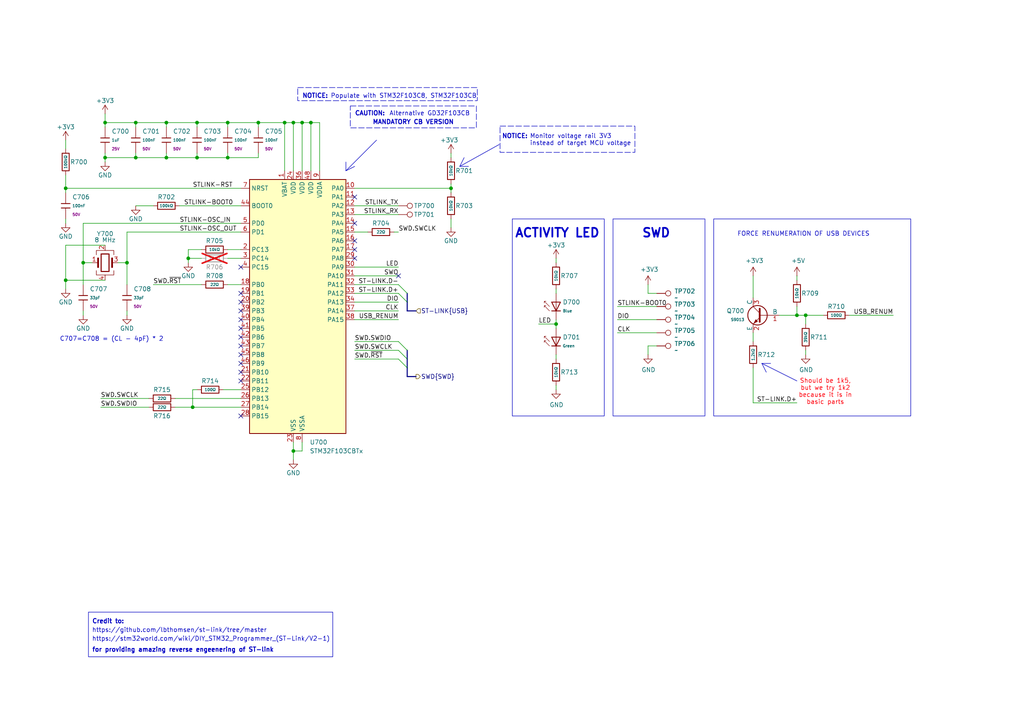
<source format=kicad_sch>
(kicad_sch (version 20231120) (generator "eeschema") (generator_version "8.0")
  (paper "A4")
  (title_block (title "ModuCard base module") (date "2024-12-23") (rev "1.0.0") (company "KoNaR") (comment 1 "Base project authors: Dominik Pluta, Artem Horiunov") (comment 2 "Project author: <author>"))
  (junction (at 54.61 74.93))
  (junction (at 30.48 35.56))
  (junction (at 57.15 45.72))
  (junction (at 19.05 54.61))
  (junction (at 74.93 35.56))
  (junction (at 82.55 35.56))
  (junction (at 30.48 45.72))
  (junction (at 90.17 35.56))
  (junction (at 57.15 35.56))
  (junction (at 66.04 35.56))
  (junction (at 19.05 81.28))
  (junction (at 233.68 91.44))
  (junction (at 39.37 35.56))
  (junction (at 24.13 76.2))
  (junction (at 161.29 93.98))
  (junction (at 87.63 35.56))
  (junction (at 48.26 35.56))
  (junction (at 55.88 118.11))
  (junction (at 85.09 130.81))
  (junction (at 48.26 45.72))
  (junction (at 231.14 91.44))
  (junction (at 39.37 45.72))
  (junction (at 85.09 35.56))
  (junction (at 36.83 76.2))
  (junction (at 66.04 45.72))
  (junction (at 130.81 54.61))
  (no_connect (at 102.87 64.77))
  (no_connect (at 69.85 87.63))
  (no_connect (at 69.85 95.25))
  (no_connect (at 69.85 77.47))
  (no_connect (at 69.85 110.49))
  (no_connect (at 69.85 100.33))
  (no_connect (at 102.87 74.93))
  (no_connect (at 69.85 102.87))
  (no_connect (at 69.85 120.65))
  (no_connect (at 102.87 57.15))
  (no_connect (at 69.85 85.09))
  (no_connect (at 102.87 72.39))
  (no_connect (at 115.57 80.01))
  (no_connect (at 69.85 90.17))
  (no_connect (at 102.87 69.85))
  (no_connect (at 69.85 107.95))
  (no_connect (at 69.85 105.41))
  (no_connect (at 69.85 92.71))
  (no_connect (at 69.85 97.79))
  (bus_entry (at 115.57 101.6) (size 2.54 2.54))
  (bus_entry (at 115.57 85.09) (size 2.54 2.54))
  (bus_entry (at 115.57 82.55) (size 2.54 2.54))
  (bus_entry (at 115.57 104.14) (size 2.54 2.54))
  (bus_entry (at 115.57 99.06) (size 2.54 2.54))
  (wire (pts (xy 187.96 100.33) (xy 187.96 102.87)))
  (polyline (pts (xy 231.14 110.49) (xy 220.98 105.41)))
  (wire (pts (xy 19.05 54.61) (xy 69.85 54.61)))
  (wire (pts (xy 102.87 62.23) (xy 115.57 62.23)))
  (wire (pts (xy 233.68 101.6) (xy 233.68 102.87)))
  (wire (pts (xy 218.44 116.84) (xy 231.14 116.84)))
  (wire (pts (xy 231.14 91.44) (xy 233.68 91.44)))
  (wire (pts (xy 29.21 118.11) (xy 43.18 118.11)))
  (wire (pts (xy 90.17 35.56) (xy 90.17 49.53)))
  (wire (pts (xy 29.21 115.57) (xy 43.18 115.57)))
  (wire (pts (xy 92.71 49.53) (xy 92.71 35.56)))
  (wire (pts (xy 66.04 45.72) (xy 74.93 45.72)))
  (wire (pts (xy 30.48 33.02) (xy 30.48 35.56)))
  (wire (pts (xy 39.37 35.56) (xy 48.26 35.56)))
  (wire (pts (xy 24.13 64.77) (xy 24.13 76.2)))
  (polyline (pts (xy 100.33 46.99) (xy 100.33 49.53)))
  (wire (pts (xy 102.87 82.55) (xy 115.57 82.55)))
  (wire (pts (xy 57.15 44.45) (xy 57.15 45.72)))
  (wire (pts (xy 102.87 67.31) (xy 106.68 67.31)))
  (wire (pts (xy 30.48 81.28) (xy 19.05 81.28)))
  (wire (pts (xy 102.87 80.01) (xy 115.57 80.01)))
  (wire (pts (xy 179.07 88.9) (xy 190.5 88.9)))
  (wire (pts (xy 55.88 113.03) (xy 55.88 118.11)))
  (wire (pts (xy 85.09 130.81) (xy 85.09 133.35)))
  (wire (pts (xy 115.57 92.71) (xy 102.87 92.71)))
  (wire (pts (xy 130.81 54.61) (xy 130.81 55.88)))
  (bus (pts (xy 118.11 109.22) (xy 120.65 109.22)))
  (wire (pts (xy 102.87 99.06) (xy 115.57 99.06)))
  (wire (pts (xy 231.14 91.44) (xy 226.06 91.44)))
  (wire (pts (xy 92.71 35.56) (xy 90.17 35.56)))
  (wire (pts (xy 87.63 128.27) (xy 87.63 130.81)))
  (polyline (pts (xy 220.98 105.41) (xy 222.25 107.95)))
  (wire (pts (xy 24.13 64.77) (xy 69.85 64.77)))
  (wire (pts (xy 54.61 72.39) (xy 54.61 74.93)))
  (wire (pts (xy 19.05 54.61) (xy 19.05 55.88)))
  (wire (pts (xy 233.68 93.98) (xy 233.68 91.44)))
  (wire (pts (xy 55.88 113.03) (xy 57.15 113.03)))
  (wire (pts (xy 19.05 81.28) (xy 19.05 83.82)))
  (wire (pts (xy 161.29 113.03) (xy 161.29 111.76)))
  (wire (pts (xy 66.04 72.39) (xy 69.85 72.39)))
  (wire (pts (xy 66.04 35.56) (xy 74.93 35.56)))
  (wire (pts (xy 48.26 35.56) (xy 48.26 36.83)))
  (wire (pts (xy 90.17 35.56) (xy 87.63 35.56)))
  (wire (pts (xy 44.45 82.55) (xy 58.42 82.55)))
  (wire (pts (xy 259.08 91.44) (xy 246.38 91.44)))
  (wire (pts (xy 187.96 82.55) (xy 187.96 85.09)))
  (wire (pts (xy 218.44 96.52) (xy 218.44 99.06)))
  (wire (pts (xy 179.07 96.52) (xy 190.5 96.52)))
  (wire (pts (xy 48.26 35.56) (xy 57.15 35.56)))
  (wire (pts (xy 115.57 77.47) (xy 102.87 77.47)))
  (bus (pts (xy 118.11 104.14) (xy 118.11 101.6)))
  (bus (pts (xy 118.11 87.63) (xy 118.11 90.17)))
  (wire (pts (xy 24.13 76.2) (xy 24.13 82.55)))
  (wire (pts (xy 57.15 35.56) (xy 66.04 35.56)))
  (wire (pts (xy 39.37 35.56) (xy 39.37 36.83)))
  (wire (pts (xy 85.09 130.81) (xy 87.63 130.81)))
  (wire (pts (xy 102.87 85.09) (xy 115.57 85.09)))
  (polyline (pts (xy 220.98 105.41) (xy 223.52 105.41)))
  (wire (pts (xy 50.8 115.57) (xy 69.85 115.57)))
  (wire (pts (xy 231.14 88.9) (xy 231.14 91.44)))
  (bus (pts (xy 118.11 106.68) (xy 118.11 109.22)))
  (wire (pts (xy 130.81 53.34) (xy 130.81 54.61)))
  (wire (pts (xy 30.48 45.72) (xy 39.37 45.72)))
  (wire (pts (xy 115.57 90.17) (xy 102.87 90.17)))
  (polyline (pts (xy 100.33 49.53) (xy 102.87 48.26)))
  (wire (pts (xy 87.63 35.56) (xy 87.63 49.53)))
  (wire (pts (xy 102.87 101.6) (xy 115.57 101.6)))
  (wire (pts (xy 52.07 59.69) (xy 69.85 59.69)))
  (wire (pts (xy 74.93 44.45) (xy 74.93 45.72)))
  (wire (pts (xy 19.05 63.5) (xy 19.05 64.77)))
  (wire (pts (xy 218.44 106.68) (xy 218.44 116.84)))
  (wire (pts (xy 161.29 76.2) (xy 161.29 74.93)))
  (wire (pts (xy 36.83 76.2) (xy 36.83 82.55)))
  (wire (pts (xy 82.55 35.56) (xy 85.09 35.56)))
  (wire (pts (xy 30.48 35.56) (xy 39.37 35.56)))
  (bus (pts (xy 118.11 90.17) (xy 120.65 90.17)))
  (wire (pts (xy 69.85 74.93) (xy 66.04 74.93)))
  (wire (pts (xy 34.29 76.2) (xy 36.83 76.2)))
  (wire (pts (xy 66.04 44.45) (xy 66.04 45.72)))
  (wire (pts (xy 30.48 44.45) (xy 30.48 45.72)))
  (wire (pts (xy 130.81 44.45) (xy 130.81 45.72)))
  (wire (pts (xy 39.37 59.69) (xy 44.45 59.69)))
  (wire (pts (xy 64.77 113.03) (xy 69.85 113.03)))
  (wire (pts (xy 74.93 35.56) (xy 82.55 35.56)))
  (wire (pts (xy 102.87 59.69) (xy 115.57 59.69)))
  (wire (pts (xy 19.05 40.64) (xy 19.05 43.18)))
  (wire (pts (xy 55.88 118.11) (xy 69.85 118.11)))
  (wire (pts (xy 130.81 63.5) (xy 130.81 66.04)))
  (wire (pts (xy 39.37 44.45) (xy 39.37 45.72)))
  (wire (pts (xy 54.61 72.39) (xy 58.42 72.39)))
  (wire (pts (xy 19.05 71.12) (xy 30.48 71.12)))
  (wire (pts (xy 66.04 35.56) (xy 66.04 36.83)))
  (wire (pts (xy 102.87 54.61) (xy 130.81 54.61)))
  (bus (pts (xy 118.11 104.14) (xy 118.11 106.68)))
  (bus (pts (xy 118.11 85.09) (xy 118.11 87.63)))
  (wire (pts (xy 36.83 67.31) (xy 69.85 67.31)))
  (wire (pts (xy 48.26 44.45) (xy 48.26 45.72)))
  (wire (pts (xy 161.29 102.87) (xy 161.29 104.14)))
  (wire (pts (xy 19.05 50.8) (xy 19.05 54.61)))
  (wire (pts (xy 231.14 80.01) (xy 231.14 81.28)))
  (wire (pts (xy 218.44 80.01) (xy 218.44 86.36)))
  (polyline (pts (xy 144.78 41.91) (xy 133.35 48.26)))
  (wire (pts (xy 54.61 74.93) (xy 54.61 76.2)))
  (wire (pts (xy 57.15 45.72) (xy 66.04 45.72)))
  (wire (pts (xy 36.83 67.31) (xy 36.83 76.2)))
  (wire (pts (xy 66.04 82.55) (xy 69.85 82.55)))
  (wire (pts (xy 238.76 91.44) (xy 233.68 91.44)))
  (polyline (pts (xy 133.35 48.26) (xy 135.89 48.26)))
  (wire (pts (xy 30.48 35.56) (xy 30.48 36.83)))
  (wire (pts (xy 30.48 45.72) (xy 30.48 46.99)))
  (wire (pts (xy 24.13 76.2) (xy 26.67 76.2)))
  (wire (pts (xy 102.87 87.63) (xy 115.57 87.63)))
  (wire (pts (xy 179.07 92.71) (xy 190.5 92.71)))
  (wire (pts (xy 39.37 45.72) (xy 48.26 45.72)))
  (wire (pts (xy 82.55 35.56) (xy 82.55 49.53)))
  (wire (pts (xy 187.96 85.09) (xy 190.5 85.09)))
  (wire (pts (xy 85.09 35.56) (xy 85.09 49.53)))
  (wire (pts (xy 102.87 104.14) (xy 115.57 104.14)))
  (wire (pts (xy 36.83 90.17) (xy 36.83 91.44)))
  (wire (pts (xy 161.29 85.09) (xy 161.29 83.82)))
  (wire (pts (xy 50.8 118.11) (xy 55.88 118.11)))
  (wire (pts (xy 57.15 35.56) (xy 57.15 36.83)))
  (polyline (pts (xy 133.35 48.26) (xy 134.62 45.72)))
  (wire (pts (xy 190.5 100.33) (xy 187.96 100.33)))
  (wire (pts (xy 161.29 93.98) (xy 156.21 93.98)))
  (wire (pts (xy 54.61 74.93) (xy 58.42 74.93)))
  (wire (pts (xy 114.3 67.31) (xy 115.57 67.31)))
  (wire (pts (xy 24.13 90.17) (xy 24.13 91.44)))
  (wire (pts (xy 48.26 45.72) (xy 57.15 45.72)))
  (wire (pts (xy 161.29 92.71) (xy 161.29 93.98)))
  (wire (pts (xy 85.09 128.27) (xy 85.09 130.81)))
  (wire (pts (xy 74.93 36.83) (xy 74.93 35.56)))
  (wire (pts (xy 87.63 35.56) (xy 85.09 35.56)))
  (wire (pts (xy 161.29 95.25) (xy 161.29 93.98)))
  (wire (pts (xy 19.05 81.28) (xy 19.05 71.12)))
  (polyline (pts (xy 109.22 40.64) (xy 100.33 49.53)))
  (rectangle (start 207.01 63.5) (end 264.16 120.65))
  (rectangle (start 177.8 63.5) (end 204.47 120.65))
  (rectangle (start 101.6 30.734) (end 138.176 37.084) (stroke (width 0) (type dash)))
  (rectangle (start 148.59 63.5) (end 175.26 120.65))
  (rectangle (start 25.654 177.546) (end 96.52 190.5))
  (rectangle (start 145.034 36.576) (end 184.15 44.196) (stroke (width 0) (type dash)))
  (rectangle (start 86.36 25.4) (end 138.43 29.21) (stroke (width 0) (type dash)))
  (text "Alternative GD32F103CB " (at 125.095 33.02 0) (effects (font (size 1.27 1.27))))
  (text "SWD\n" (at 186.055 69.215 0) (effects (font (size 2.54 2.54) (thickness 0.508) (bold yes)) (justify left bottom)))
  (text "NOTICE:" (at 87.63 27.94 0) (effects (font (size 1.27 1.27) (bold yes)) (justify left)))
  (text "C707=C708 = (CL - 4pF) * 2\n" (at 32.385 98.425 0) (effects (font (size 1.27 1.27))))
  (text "Monitor voltage rail 3V3 \ninstead of target MCU voltage" (at 153.67 40.64 0) (effects (font (size 1.27 1.27)) (justify left)))
  (text "https://stm32world.com/wiki/DIY_STM32_Programmer_(ST-Link/V2-1)" (at 26.67 185.42 0) (effects (font (size 1.27 1.27)) (justify left)))
  (text "CAUTION:" (at 107.315 33.02 0) (effects (font (size 1.27 1.27) (bold yes))))
  (text "Populate with STM32F103C8, STM32F103CB\n" (at 95.885 27.94 0) (effects (font (size 1.27 1.27)) (justify left)))
  (text "Should be 1k5,\nbut we try 1k2\nbecause it is in\nbasic parts" (at 239.395 113.665 0) (effects (font (size 1.27 1.27))))
  (text "ACTIVITY LED\n" (at 149.225 69.215 0) (effects (font (size 2.54 2.54) (thickness 0.508) (bold yes)) (justify left bottom)))
  (text "for providing amazing reverse engeenering of ST-link\n" (at 26.67 188.595 0) (effects (font (size 1.27 1.27) (bold yes)) (justify left)))
  (text " MANDATORY CB VERSION" (at 119.38 35.56 0) (effects (font (size 1.27 1.27) (bold yes))))
  (text "FORCE RENUMERATION OF USB DEVICES" (at 233.045 67.945 0) (effects (font (size 1.27 1.27))))
  (text "https://github.com/lbthomsen/st-link/tree/master" (at 26.67 182.88 0) (effects (font (size 1.27 1.27)) (justify left)))
  (text "NOTICE:" (at 149.352 39.624 0) (effects (font (size 1.27 1.27) (bold yes))))
  (text "Credit to:" (at 26.67 180.34 0) (effects (font (size 1.27 1.27) (bold yes)) (justify left)))
  (label "STLINK_RX" (at 115.57 62.23 180))
  (label "STLINK-BOOT0" (at 179.07 88.9 0))
  (label "SWO" (at 115.57 80.01 180))
  (label "ST-LINK.D-" (at 115.57 82.55 180))
  (label "USB_RENUM" (at 115.57 92.71 180))
  (label "SWD.SWDIO" (at 102.87 99.06 0))
  (label "STLINK_TX" (at 115.57 59.69 180))
  (label "STLINK-BOOT0" (at 53.34 59.69 0))
  (label "SWD.SWCLK" (at 102.87 101.6 0))
  (label "SWD.SWDIO" (at 29.21 118.11 0))
  (label "CLK" (at 179.07 96.52 0))
  (label "LED" (at 115.57 77.47 180))
  (label "LED" (at 156.21 93.98 0))
  (label "STLINK-RST" (at 55.88 54.61 0))
  (label "STLINK-OSC_OUT" (at 52.07 67.31 0))
  (label "ST-LINK.D+" (at 115.57 85.09 180))
  (label "USB_RENUM" (at 259.08 91.44 180))
  (label "SWD.~{RST}" (at 102.87 104.14 0))
  (label "SWD.SWCLK" (at 115.57 67.31 0))
  (label "STLINK-OSC_IN" (at 52.07 64.77 0))
  (label "ST-LINK.D+" (at 231.14 116.84 180))
  (label "SWD.~{RST}" (at 44.45 82.55 0))
  (label "SWD.SWCLK" (at 29.21 115.57 0))
  (label "DIO" (at 179.07 92.71 0))
  (label "CLK" (at 115.57 90.17 180))
  (label "DIO" (at 115.57 87.63 180))
  (hierarchical_label "SWD{SWD}" (shape output) (at 120.65 109.22 0))
  (hierarchical_label "ST-LINK{USB}" (shape input) (at 120.65 90.17 0))
  (symbol (lib_id "PCM_JLCPCB-Capacitors:0402,33pF") (at 24.13 86.36 0) (unit 1)
    (property "Reference" "C707" (at 26.035 83.8199 0) (effects (justify left)))
    (property "Value" "33pF" (at 26.035 86.36 0) (effects (font (size 0.8 0.8)) (justify left)))
    (property "Footprint" "PCM_JLCPCB:C_0402" (effects (hide yes)))
    (property "Datasheet" "https://www.lcsc.com/datasheet/lcsc_datasheet_2304140030_FH--Guangdong-Fenghua-Advanced-Tech-0402CG330J500NT_C1562.pdf" (effects (hide yes)))
    (property "Description" "50V 33pF C0G ±5% 0402 Multilayer Ceramic Capacitors MLCC - SMD/SMT ROHS" (effects (hide yes)))
    (property "LCSC" "C1562" (effects (hide yes)))
    (property "Stock" "1088254" (effects (hide yes)))
    (property "Price" "0.004USD" (effects (hide yes)))
    (property "Process" "SMT" (effects (hide yes)))
    (property "Minimum Qty" "20" (effects (hide yes)))
    (property "Attrition Qty" "10" (effects (hide yes)))
    (property "Class" "Basic Component" (effects (hide yes)))
    (property "Category" "Capacitors,Multilayer Ceramic Capacitors MLCC - SMD/SMT" (effects (hide yes)))
    (property "Manufacturer" "FH(Guangdong Fenghua Advanced Tech)" (effects (hide yes)))
    (property "Part" "0402CG330J500NT" (effects (hide yes)))
    (property "Voltage Rated" "50V" (at 26.035 88.9 0) (effects (font (size 0.8 0.8)) (justify left)))
    (property "Tolerance" "±5%" (effects (hide yes)))
    (property "Capacitance" "33pF" (effects (hide yes)))
    (property "Temperature Coefficient" "C0G" (effects (hide yes)))
  )
  (symbol (lib_id "PCM_JLCPCB-Resistors:0402,1.2kΩ") (at 218.44 102.87 0) (unit 1)
    (property "Reference" "R712" (at 219.71 102.87 0) (effects (justify left)))
    (property "Value" "1.2kΩ" (at 218.44 102.87 90) (effects (font (size 0.8 0.8))))
    (property "Footprint" "PCM_JLCPCB:R_0402" (effects (hide yes)))
    (property "Datasheet" "https://www.lcsc.com/datasheet/lcsc_datasheet_2206010045_UNI-ROYAL-Uniroyal-Elec-0402WGF1201TCE_C25862.pdf" (effects (hide yes)))
    (property "Description" "62.5mW Thick Film Resistors 50V ±100ppm/°C ±1% 1.2kΩ 0402 Chip Resistor - Surface Mount ROHS" (effects (hide yes)))
    (property "LCSC" "C25862" (effects (hide yes)))
    (property "Stock" "236021" (effects (hide yes)))
    (property "Price" "0.004USD" (effects (hide yes)))
    (property "Process" "SMT" (effects (hide yes)))
    (property "Minimum Qty" "20" (effects (hide yes)))
    (property "Attrition Qty" "10" (effects (hide yes)))
    (property "Class" "Preferred Component" (effects (hide yes)))
    (property "Category" "Resistors,Chip Resistor - Surface Mount" (effects (hide yes)))
    (property "Manufacturer" "UNI-ROYAL(Uniroyal Elec)" (effects (hide yes)))
    (property "Part" "0402WGF1201TCE" (effects (hide yes)))
    (property "Resistance" "1.2kΩ" (effects (hide yes)))
    (property "Power(Watts)" "62.5mW" (effects (hide yes)))
    (property "Type" "Thick Film Resistors" (effects (hide yes)))
    (property "Overload Voltage (Max)" "50V" (effects (hide yes)))
    (property "Operating Temperature Range" "-55°C~+155°C" (effects (hide yes)))
    (property "Tolerance" "±1%" (effects (hide yes)))
    (property "Temperature Coefficient" "±100ppm/°C" (effects (hide yes)))
  )
  (symbol (lib_id "power:GND") (at 19.05 64.77 0) (unit 1)
    (property "Reference" "#PWR0705" (effects (hide yes)))
    (property "Value" "GND" (at 19.05 68.58 0))
  )
  (symbol (lib_id "PCM_JLCPCB-Capacitors:0402,100nF,(2)") (at 19.05 59.69 0) (unit 1)
    (property "Reference" "C706" (at 20.955 57.1499 0) (effects (justify left)))
    (property "Value" "100nF" (at 20.955 59.69 0) (effects (font (size 0.8 0.8)) (justify left)))
    (property "Footprint" "PCM_JLCPCB:C_0402" (effects (hide yes)))
    (property "Datasheet" "https://www.lcsc.com/datasheet/lcsc_datasheet_2304140030_Samsung-Electro-Mechanics-CL05B104KB54PNC_C307331.pdf" (effects (hide yes)))
    (property "Description" "50V 100nF X7R ±10% 0402 Multilayer Ceramic Capacitors MLCC - SMD/SMT ROHS" (effects (hide yes)))
    (property "LCSC" "C307331" (effects (hide yes)))
    (property "Stock" "5427590" (effects (hide yes)))
    (property "Price" "0.008USD" (effects (hide yes)))
    (property "Process" "SMT" (effects (hide yes)))
    (property "Minimum Qty" "20" (effects (hide yes)))
    (property "Attrition Qty" "10" (effects (hide yes)))
    (property "Class" "Basic Component" (effects (hide yes)))
    (property "Category" "Capacitors,Multilayer Ceramic Capacitors MLCC - SMD/SMT" (effects (hide yes)))
    (property "Manufacturer" "Samsung Electro-Mechanics" (effects (hide yes)))
    (property "Part" "CL05B104KB54PNC" (effects (hide yes)))
    (property "Voltage Rated" "50V" (at 20.955 62.23 0) (effects (font (size 0.8 0.8)) (justify left)))
    (property "Tolerance" "±10%" (effects (hide yes)))
    (property "Capacitance" "100nF" (effects (hide yes)))
    (property "Temperature Coefficient" "X7R" (effects (hide yes)))
  )
  (symbol (lib_id "power:GND") (at 30.48 46.99 0) (unit 1)
    (property "Reference" "#PWR0703" (effects (hide yes)))
    (property "Value" "GND" (at 30.48 50.8 0))
  )
  (symbol (lib_id "power:GND") (at 19.05 83.82 0) (unit 1)
    (property "Reference" "#PWR0331" (effects (hide yes)))
    (property "Value" "GND" (at 19.05 87.63 0))
  )
  (symbol (lib_id "PCM_JLCPCB-Resistors:0402,10kΩ") (at 62.23 74.93 90) (unit 1) (in_bom no) (dnp yes)
    (property "Reference" "R706" (at 62.23 77.47 90))
    (property "Value" "10kΩ" (at 62.23 74.93 90) (effects (font (size 0.8 0.8))))
    (property "Footprint" "PCM_JLCPCB:R_0402" (effects (hide yes)))
    (property "Datasheet" "https://www.lcsc.com/datasheet/lcsc_datasheet_2411221126_UNI-ROYAL-Uniroyal-Elec-0402WGF1002TCE_C25744.pdf" (effects (hide yes)))
    (property "Description" "62.5mW Thick Film Resistors 50V ±100ppm/°C ±1% 10kΩ 0402 Chip Resistor - Surface Mount ROHS" (effects (hide yes)))
    (property "LCSC" "C25744" (effects (hide yes)))
    (property "Stock" "7034931" (effects (hide yes)))
    (property "Price" "0.004USD" (effects (hide yes)))
    (property "Process" "SMT" (effects (hide yes)))
    (property "Minimum Qty" "5" (effects (hide yes)))
    (property "Attrition Qty" "0" (effects (hide yes)))
    (property "Class" "Basic Component" (effects (hide yes)))
    (property "Category" "Resistors,Chip Resistor - Surface Mount" (effects (hide yes)))
    (property "Manufacturer" "UNI-ROYAL(Uniroyal Elec)" (effects (hide yes)))
    (property "Part" "0402WGF1002TCE" (effects (hide yes)))
    (property "Resistance" "10kΩ" (effects (hide yes)))
    (property "Power(Watts)" "62.5mW" (effects (hide yes)))
    (property "Type" "Thick Film Resistors" (effects (hide yes)))
    (property "Overload Voltage (Max)" "50V" (effects (hide yes)))
    (property "Operating Temperature Range" "-55°C~+155°C" (effects (hide yes)))
    (property "Tolerance" "±1%" (effects (hide yes)))
    (property "Temperature Coefficient" "±100ppm/°C" (effects (hide yes)))
  )
  (symbol (lib_id "power:GND") (at 130.81 66.04 0) (unit 1)
    (property "Reference" "#PWR0706" (effects (hide yes)))
    (property "Value" "GND" (at 130.81 69.85 0))
  )
  (symbol (lib_id "PCM_JLCPCB-Capacitors:0402,100nF,(2)") (at 74.93 40.64 0) (unit 1)
    (property "Reference" "C705" (at 76.835 38.0999 0) (effects (justify left)))
    (property "Value" "100nF" (at 76.835 40.64 0) (effects (font (size 0.8 0.8)) (justify left)))
    (property "Footprint" "PCM_JLCPCB:C_0402" (effects (hide yes)))
    (property "Datasheet" "https://www.lcsc.com/datasheet/lcsc_datasheet_2304140030_Samsung-Electro-Mechanics-CL05B104KB54PNC_C307331.pdf" (effects (hide yes)))
    (property "Description" "50V 100nF X7R ±10% 0402 Multilayer Ceramic Capacitors MLCC - SMD/SMT ROHS" (effects (hide yes)))
    (property "LCSC" "C307331" (effects (hide yes)))
    (property "Stock" "5427590" (effects (hide yes)))
    (property "Price" "0.008USD" (effects (hide yes)))
    (property "Process" "SMT" (effects (hide yes)))
    (property "Minimum Qty" "20" (effects (hide yes)))
    (property "Attrition Qty" "10" (effects (hide yes)))
    (property "Class" "Basic Component" (effects (hide yes)))
    (property "Category" "Capacitors,Multilayer Ceramic Capacitors MLCC - SMD/SMT" (effects (hide yes)))
    (property "Manufacturer" "Samsung Electro-Mechanics" (effects (hide yes)))
    (property "Part" "CL05B104KB54PNC" (effects (hide yes)))
    (property "Voltage Rated" "50V" (at 76.835 43.18 0) (effects (font (size 0.8 0.8)) (justify left)))
    (property "Tolerance" "±10%" (effects (hide yes)))
    (property "Capacitance" "100nF" (effects (hide yes)))
    (property "Temperature Coefficient" "X7R" (effects (hide yes)))
  )
  (symbol (lib_id "power:GND") (at 36.83 91.44 0) (unit 1)
    (property "Reference" "#PWR0713" (effects (hide yes)))
    (property "Value" "GND" (at 36.83 95.25 0))
  )
  (symbol (lib_id "Connector:TestPoint") (at 190.5 92.71 270) (unit 1)
    (property "Reference" "TP704" (at 195.58 92.0749 90) (effects (justify left)))
    (property "Value" "~" (at 195.58 93.98 90) (effects (justify left)))
    (property "Footprint" "TestPoint:TestPoint_Pad_D1.0mm" (effects (hide yes)))
  )
  (symbol (lib_id "PCM_JLCPCB-Resistors:0402,22Ω") (at 62.23 82.55 90) (unit 1)
    (property "Reference" "R708" (at 62.23 80.01 90))
    (property "Value" "22Ω" (at 62.23 82.55 90) (effects (font (size 0.8 0.8))))
    (property "Footprint" "PCM_JLCPCB:R_0402" (effects (hide yes)))
    (property "Datasheet" "https://www.lcsc.com/datasheet/lcsc_datasheet_2205311900_UNI-ROYAL-Uniroyal-Elec-0402WGF220JTCE_C25092.pdf" (effects (hide yes)))
    (property "Description" "62.5mW Thick Film Resistors 50V ±1% ±100ppm/°C 22Ω 0402 Chip Resistor - Surface Mount ROHS" (effects (hide yes)))
    (property "LCSC" "C25092" (effects (hide yes)))
    (property "Stock" "2545567" (effects (hide yes)))
    (property "Price" "0.004USD" (effects (hide yes)))
    (property "Process" "SMT" (effects (hide yes)))
    (property "Minimum Qty" "20" (effects (hide yes)))
    (property "Attrition Qty" "10" (effects (hide yes)))
    (property "Class" "Basic Component" (effects (hide yes)))
    (property "Category" "Resistors,Chip Resistor - Surface Mount" (effects (hide yes)))
    (property "Manufacturer" "UNI-ROYAL(Uniroyal Elec)" (effects (hide yes)))
    (property "Part" "0402WGF220JTCE" (effects (hide yes)))
    (property "Resistance" "22Ω" (effects (hide yes)))
    (property "Power(Watts)" "62.5mW" (effects (hide yes)))
    (property "Type" "Thick Film Resistors" (effects (hide yes)))
    (property "Overload Voltage (Max)" "50V" (effects (hide yes)))
    (property "Operating Temperature Range" "-55°C~+155°C" (effects (hide yes)))
    (property "Tolerance" "±1%" (effects (hide yes)))
    (property "Temperature Coefficient" "±100ppm/°C" (effects (hide yes)))
  )
  (symbol (lib_id "power:GND") (at 39.37 59.69 0) (unit 1)
    (property "Reference" "#PWR0704" (effects (hide yes)))
    (property "Value" "GND" (at 39.37 63.5 0))
  )
  (symbol (lib_id "PCM_JLCPCB-Transistors:NPN,S9013") (at 220.98 91.44 0) (mirror y) (unit 1)
    (property "Reference" "Q700" (at 215.9 90.1699 0) (effects (justify left)))
    (property "Value" "S9013" (at 215.9 92.71 0) (effects (font (size 0.8 0.8)) (justify left)))
    (property "Footprint" "PCM_JLCPCB:Q_SOT-23" (effects (hide yes)))
    (property "Datasheet" "https://wmsc.lcsc.com/wmsc/upload/file/pdf/v2/lcsc/2312291746_hongjiacheng-S9013_C20069127.pdf" (effects (hide yes)))
    (property "Description" "25V 300mW 120@50mA,1.0V 500mA NPN SOT-23 Bipolar (BJT) ROHS" (effects (hide yes)))
    (property "LCSC" "C20069127" (effects (hide yes)))
    (property "Stock" "221513" (effects (hide yes)))
    (property "Price" "0.016USD" (effects (hide yes)))
    (property "Process" "SMT" (effects (hide yes)))
    (property "Minimum Qty" "10" (effects (hide yes)))
    (property "Attrition Qty" "4" (effects (hide yes)))
    (property "Class" "Preferred Component" (effects (hide yes)))
    (property "Category" "Triode/MOS Tube/Transistor,Bipolar Transistors - BJT" (effects (hide yes)))
    (property "Manufacturer" "hongjiacheng" (effects (hide yes)))
    (property "Part" "S9013" (effects (hide yes)))
  )
  (symbol (lib_id "PCM_JLCPCB-Capacitors:0402,100nF,(2)") (at 66.04 40.64 0) (unit 1)
    (property "Reference" "C704" (at 67.945 38.0999 0) (effects (justify left)))
    (property "Value" "100nF" (at 67.945 40.64 0) (effects (font (size 0.8 0.8)) (justify left)))
    (property "Footprint" "PCM_JLCPCB:C_0402" (effects (hide yes)))
    (property "Datasheet" "https://www.lcsc.com/datasheet/lcsc_datasheet_2304140030_Samsung-Electro-Mechanics-CL05B104KB54PNC_C307331.pdf" (effects (hide yes)))
    (property "Description" "50V 100nF X7R ±10% 0402 Multilayer Ceramic Capacitors MLCC - SMD/SMT ROHS" (effects (hide yes)))
    (property "LCSC" "C307331" (effects (hide yes)))
    (property "Stock" "5427590" (effects (hide yes)))
    (property "Price" "0.008USD" (effects (hide yes)))
    (property "Process" "SMT" (effects (hide yes)))
    (property "Minimum Qty" "20" (effects (hide yes)))
    (property "Attrition Qty" "10" (effects (hide yes)))
    (property "Class" "Basic Component" (effects (hide yes)))
    (property "Category" "Capacitors,Multilayer Ceramic Capacitors MLCC - SMD/SMT" (effects (hide yes)))
    (property "Manufacturer" "Samsung Electro-Mechanics" (effects (hide yes)))
    (property "Part" "CL05B104KB54PNC" (effects (hide yes)))
    (property "Voltage Rated" "50V" (at 67.945 43.18 0) (effects (font (size 0.8 0.8)) (justify left)))
    (property "Tolerance" "±10%" (effects (hide yes)))
    (property "Capacitance" "100nF" (effects (hide yes)))
    (property "Temperature Coefficient" "X7R" (effects (hide yes)))
  )
  (symbol (lib_id "power:+3V3") (at 187.96 82.55 0) (unit 1)
    (property "Reference" "#PWR0711" (effects (hide yes)))
    (property "Value" "+3V3" (at 188.341 78.1558 0))
  )
  (symbol (lib_id "power:GND") (at 233.68 102.87 0) (unit 1)
    (property "Reference" "#PWR0715" (effects (hide yes)))
    (property "Value" "GND" (at 233.807 107.2642 0))
  )
  (symbol (lib_id "PCM_JLCPCB-Resistors:0402,10kΩ") (at 161.29 107.95 0) (unit 1)
    (property "Reference" "R713" (at 162.56 107.95 0) (effects (justify left)))
    (property "Value" "10kΩ" (at 161.29 107.95 90) (effects (font (size 0.8 0.8))))
    (property "Footprint" "PCM_JLCPCB:R_0402" (effects (hide yes)))
    (property "Datasheet" "https://www.lcsc.com/datasheet/lcsc_datasheet_2411221126_UNI-ROYAL-Uniroyal-Elec-0402WGF1002TCE_C25744.pdf" (effects (hide yes)))
    (property "Description" "62.5mW Thick Film Resistors 50V ±100ppm/°C ±1% 10kΩ 0402 Chip Resistor - Surface Mount ROHS" (effects (hide yes)))
    (property "LCSC" "C25744" (effects (hide yes)))
    (property "Stock" "7034931" (effects (hide yes)))
    (property "Price" "0.004USD" (effects (hide yes)))
    (property "Process" "SMT" (effects (hide yes)))
    (property "Minimum Qty" "5" (effects (hide yes)))
    (property "Attrition Qty" "0" (effects (hide yes)))
    (property "Class" "Basic Component" (effects (hide yes)))
    (property "Category" "Resistors,Chip Resistor - Surface Mount" (effects (hide yes)))
    (property "Manufacturer" "UNI-ROYAL(Uniroyal Elec)" (effects (hide yes)))
    (property "Part" "0402WGF1002TCE" (effects (hide yes)))
    (property "Resistance" "10kΩ" (effects (hide yes)))
    (property "Power(Watts)" "62.5mW" (effects (hide yes)))
    (property "Type" "Thick Film Resistors" (effects (hide yes)))
    (property "Overload Voltage (Max)" "50V" (effects (hide yes)))
    (property "Operating Temperature Range" "-55°C~+155°C" (effects (hide yes)))
    (property "Tolerance" "±1%" (effects (hide yes)))
    (property "Temperature Coefficient" "±100ppm/°C" (effects (hide yes)))
  )
  (symbol (lib_id "PCM_JLCPCB-Resistors:0402,22Ω") (at 110.49 67.31 90) (unit 1)
    (property "Reference" "R704" (at 110.49 64.77 90))
    (property "Value" "22Ω" (at 110.49 67.31 90) (effects (font (size 0.8 0.8))))
    (property "Footprint" "PCM_JLCPCB:R_0402" (effects (hide yes)))
    (property "Datasheet" "https://www.lcsc.com/datasheet/lcsc_datasheet_2205311900_UNI-ROYAL-Uniroyal-Elec-0402WGF220JTCE_C25092.pdf" (effects (hide yes)))
    (property "Description" "62.5mW Thick Film Resistors 50V ±1% ±100ppm/°C 22Ω 0402 Chip Resistor - Surface Mount ROHS" (effects (hide yes)))
    (property "LCSC" "C25092" (effects (hide yes)))
    (property "Stock" "2545567" (effects (hide yes)))
    (property "Price" "0.004USD" (effects (hide yes)))
    (property "Process" "SMT" (effects (hide yes)))
    (property "Minimum Qty" "20" (effects (hide yes)))
    (property "Attrition Qty" "10" (effects (hide yes)))
    (property "Class" "Basic Component" (effects (hide yes)))
    (property "Category" "Resistors,Chip Resistor - Surface Mount" (effects (hide yes)))
    (property "Manufacturer" "UNI-ROYAL(Uniroyal Elec)" (effects (hide yes)))
    (property "Part" "0402WGF220JTCE" (effects (hide yes)))
    (property "Resistance" "22Ω" (effects (hide yes)))
    (property "Power(Watts)" "62.5mW" (effects (hide yes)))
    (property "Type" "Thick Film Resistors" (effects (hide yes)))
    (property "Overload Voltage (Max)" "50V" (effects (hide yes)))
    (property "Operating Temperature Range" "-55°C~+155°C" (effects (hide yes)))
    (property "Tolerance" "±1%" (effects (hide yes)))
    (property "Temperature Coefficient" "±100ppm/°C" (effects (hide yes)))
  )
  (symbol (lib_id "PCM_JLCPCB-Capacitors:0402,100nF,(2)") (at 39.37 40.64 0) (unit 1)
    (property "Reference" "C701" (at 41.275 38.0999 0) (effects (justify left)))
    (property "Value" "100nF" (at 41.275 40.64 0) (effects (font (size 0.8 0.8)) (justify left)))
    (property "Footprint" "PCM_JLCPCB:C_0402" (effects (hide yes)))
    (property "Datasheet" "https://www.lcsc.com/datasheet/lcsc_datasheet_2304140030_Samsung-Electro-Mechanics-CL05B104KB54PNC_C307331.pdf" (effects (hide yes)))
    (property "Description" "50V 100nF X7R ±10% 0402 Multilayer Ceramic Capacitors MLCC - SMD/SMT ROHS" (effects (hide yes)))
    (property "LCSC" "C307331" (effects (hide yes)))
    (property "Stock" "5427590" (effects (hide yes)))
    (property "Price" "0.008USD" (effects (hide yes)))
    (property "Process" "SMT" (effects (hide yes)))
    (property "Minimum Qty" "20" (effects (hide yes)))
    (property "Attrition Qty" "10" (effects (hide yes)))
    (property "Class" "Basic Component" (effects (hide yes)))
    (property "Category" "Capacitors,Multilayer Ceramic Capacitors MLCC - SMD/SMT" (effects (hide yes)))
    (property "Manufacturer" "Samsung Electro-Mechanics" (effects (hide yes)))
    (property "Part" "CL05B104KB54PNC" (effects (hide yes)))
    (property "Voltage Rated" "50V" (at 41.275 43.18 0) (effects (font (size 0.8 0.8)) (justify left)))
    (property "Tolerance" "±10%" (effects (hide yes)))
    (property "Capacitance" "100nF" (effects (hide yes)))
    (property "Temperature Coefficient" "X7R" (effects (hide yes)))
  )
  (symbol (lib_id "PCM_JLCPCB-Capacitors:0402,100nF,(2)") (at 48.26 40.64 0) (unit 1)
    (property "Reference" "C702" (at 50.165 38.0999 0) (effects (justify left)))
    (property "Value" "100nF" (at 50.165 40.64 0) (effects (font (size 0.8 0.8)) (justify left)))
    (property "Footprint" "PCM_JLCPCB:C_0402" (effects (hide yes)))
    (property "Datasheet" "https://www.lcsc.com/datasheet/lcsc_datasheet_2304140030_Samsung-Electro-Mechanics-CL05B104KB54PNC_C307331.pdf" (effects (hide yes)))
    (property "Description" "50V 100nF X7R ±10% 0402 Multilayer Ceramic Capacitors MLCC - SMD/SMT ROHS" (effects (hide yes)))
    (property "LCSC" "C307331" (effects (hide yes)))
    (property "Stock" "5427590" (effects (hide yes)))
    (property "Price" "0.008USD" (effects (hide yes)))
    (property "Process" "SMT" (effects (hide yes)))
    (property "Minimum Qty" "20" (effects (hide yes)))
    (property "Attrition Qty" "10" (effects (hide yes)))
    (property "Class" "Basic Component" (effects (hide yes)))
    (property "Category" "Capacitors,Multilayer Ceramic Capacitors MLCC - SMD/SMT" (effects (hide yes)))
    (property "Manufacturer" "Samsung Electro-Mechanics" (effects (hide yes)))
    (property "Part" "CL05B104KB54PNC" (effects (hide yes)))
    (property "Voltage Rated" "50V" (at 50.165 43.18 0) (effects (font (size 0.8 0.8)) (justify left)))
    (property "Tolerance" "±10%" (effects (hide yes)))
    (property "Capacitance" "100nF" (effects (hide yes)))
    (property "Temperature Coefficient" "X7R" (effects (hide yes)))
  )
  (symbol (lib_id "Connector:TestPoint") (at 190.5 96.52 270) (unit 1)
    (property "Reference" "TP705" (at 195.58 95.8849 90) (effects (justify left)))
    (property "Value" "~" (at 195.58 97.79 90) (effects (justify left)))
    (property "Footprint" "TestPoint:TestPoint_Pad_D1.0mm" (effects (hide yes)))
  )
  (symbol (lib_id "PCM_JLCPCB-Resistors:0402,100kΩ") (at 48.26 59.69 90) (unit 1)
    (property "Reference" "R702" (at 48.26 57.15 90))
    (property "Value" "100kΩ" (at 48.26 59.69 90) (effects (font (size 0.8 0.8))))
    (property "Footprint" "PCM_JLCPCB:R_0402" (effects (hide yes)))
    (property "Datasheet" "https://www.lcsc.com/datasheet/lcsc_datasheet_2206010100_UNI-ROYAL-Uniroyal-Elec-0402WGF1003TCE_C25741.pdf" (effects (hide yes)))
    (property "Description" "62.5mW Thick Film Resistors 50V ±100ppm/°C ±1% 100kΩ 0402 Chip Resistor - Surface Mount ROHS" (effects (hide yes)))
    (property "LCSC" "C25741" (effects (hide yes)))
    (property "Stock" "5666023" (effects (hide yes)))
    (property "Price" "0.004USD" (effects (hide yes)))
    (property "Process" "SMT" (effects (hide yes)))
    (property "Minimum Qty" "20" (effects (hide yes)))
    (property "Attrition Qty" "10" (effects (hide yes)))
    (property "Class" "Basic Component" (effects (hide yes)))
    (property "Category" "Resistors,Chip Resistor - Surface Mount" (effects (hide yes)))
    (property "Manufacturer" "UNI-ROYAL(Uniroyal Elec)" (effects (hide yes)))
    (property "Part" "0402WGF1003TCE" (effects (hide yes)))
    (property "Resistance" "100kΩ" (effects (hide yes)))
    (property "Power(Watts)" "62.5mW" (effects (hide yes)))
    (property "Type" "Thick Film Resistors" (effects (hide yes)))
    (property "Overload Voltage (Max)" "50V" (effects (hide yes)))
    (property "Operating Temperature Range" "-55°C~+155°C" (effects (hide yes)))
    (property "Tolerance" "±1%" (effects (hide yes)))
    (property "Temperature Coefficient" "±100ppm/°C" (effects (hide yes)))
  )
  (symbol (lib_id "MCU_ST_STM32F1:STM32F103CBTx") (at 85.09 90.17 0) (unit 1)
    (property "Reference" "U700" (at 89.8241 128.27 0) (effects (justify left)))
    (property "Value" "STM32F103CBTx" (at 89.8241 130.81 0) (effects (justify left)))
    (property "Footprint" "Package_QFP:LQFP-48_7x7mm_P0.5mm" (effects (hide yes)))
    (property "Datasheet" "https://www.st.com/resource/en/datasheet/stm32f103cb.pdf" (effects (hide yes)))
    (property "Description" "STMicroelectronics Arm Cortex-M3 MCU, 128KB flash, 20KB RAM, 72 MHz, 2.0-3.6V, 37 GPIO, LQFP48" (effects (hide yes)))
  )
  (symbol (lib_id "power:+3V3") (at 161.29 74.93 0) (unit 1)
    (property "Reference" "#PWR0707" (effects (hide yes)))
    (property "Value" "+3V3" (at 161.29 71.12 0))
  )
  (symbol (lib_id "PCM_JLCPCB-Resistors:0402,39kΩ") (at 233.68 97.79 0) (unit 1)
    (property "Reference" "R711" (at 234.95 97.79 0) (effects (justify left)))
    (property "Value" "39kΩ" (at 233.68 97.79 90) (effects (font (size 0.8 0.8))))
    (property "Footprint" "PCM_JLCPCB:R_0402" (effects (hide yes)))
    (property "Datasheet" "https://www.lcsc.com/datasheet/lcsc_datasheet_2206010100_UNI-ROYAL-Uniroyal-Elec-0402WGF3902TCE_C25783.pdf" (effects (hide yes)))
    (property "Description" "62.5mW Thick Film Resistors 50V ±100ppm/°C ±1% 39kΩ 0402 Chip Resistor - Surface Mount ROHS" (effects (hide yes)))
    (property "LCSC" "C25783" (effects (hide yes)))
    (property "Stock" "415990" (effects (hide yes)))
    (property "Price" "0.004USD" (effects (hide yes)))
    (property "Process" "SMT" (effects (hide yes)))
    (property "Minimum Qty" "20" (effects (hide yes)))
    (property "Attrition Qty" "10" (effects (hide yes)))
    (property "Class" "Preferred Component" (effects (hide yes)))
    (property "Category" "Resistors,Chip Resistor - Surface Mount" (effects (hide yes)))
    (property "Manufacturer" "UNI-ROYAL(Uniroyal Elec)" (effects (hide yes)))
    (property "Part" "0402WGF3902TCE" (effects (hide yes)))
    (property "Resistance" "39kΩ" (effects (hide yes)))
    (property "Power(Watts)" "62.5mW" (effects (hide yes)))
    (property "Type" "Thick Film Resistors" (effects (hide yes)))
    (property "Overload Voltage (Max)" "50V" (effects (hide yes)))
    (property "Operating Temperature Range" "-55°C~+155°C" (effects (hide yes)))
    (property "Tolerance" "±1%" (effects (hide yes)))
    (property "Temperature Coefficient" "±100ppm/°C" (effects (hide yes)))
  )
  (symbol (lib_id "PCM_JLCPCB-Resistors:0402,10kΩ") (at 161.29 80.01 0) (unit 1)
    (property "Reference" "R707" (at 162.56 80.01 0) (effects (justify left)))
    (property "Value" "10kΩ" (at 161.29 80.01 90) (effects (font (size 0.8 0.8))))
    (property "Footprint" "PCM_JLCPCB:R_0402" (effects (hide yes)))
    (property "Datasheet" "https://www.lcsc.com/datasheet/lcsc_datasheet_2411221126_UNI-ROYAL-Uniroyal-Elec-0402WGF1002TCE_C25744.pdf" (effects (hide yes)))
    (property "Description" "62.5mW Thick Film Resistors 50V ±100ppm/°C ±1% 10kΩ 0402 Chip Resistor - Surface Mount ROHS" (effects (hide yes)))
    (property "LCSC" "C25744" (effects (hide yes)))
    (property "Stock" "7034931" (effects (hide yes)))
    (property "Price" "0.004USD" (effects (hide yes)))
    (property "Process" "SMT" (effects (hide yes)))
    (property "Minimum Qty" "5" (effects (hide yes)))
    (property "Attrition Qty" "0" (effects (hide yes)))
    (property "Class" "Basic Component" (effects (hide yes)))
    (property "Category" "Resistors,Chip Resistor - Surface Mount" (effects (hide yes)))
    (property "Manufacturer" "UNI-ROYAL(Uniroyal Elec)" (effects (hide yes)))
    (property "Part" "0402WGF1002TCE" (effects (hide yes)))
    (property "Resistance" "10kΩ" (effects (hide yes)))
    (property "Power(Watts)" "62.5mW" (effects (hide yes)))
    (property "Type" "Thick Film Resistors" (effects (hide yes)))
    (property "Overload Voltage (Max)" "50V" (effects (hide yes)))
    (property "Operating Temperature Range" "-55°C~+155°C" (effects (hide yes)))
    (property "Tolerance" "±1%" (effects (hide yes)))
    (property "Temperature Coefficient" "±100ppm/°C" (effects (hide yes)))
  )
  (symbol (lib_id "PCM_JLCPCB-Resistors:0402,100Ω") (at 60.96 113.03 90) (unit 1)
    (property "Reference" "R714" (at 60.96 110.49 90))
    (property "Value" "100Ω" (at 60.96 113.03 90) (effects (font (size 0.8 0.8))))
    (property "Footprint" "PCM_JLCPCB:R_0402" (effects (hide yes)))
    (property "Datasheet" "https://www.lcsc.com/datasheet/lcsc_datasheet_2205311900_UNI-ROYAL-Uniroyal-Elec-0402WGF1000TCE_C25076.pdf" (effects (hide yes)))
    (property "Description" "62.5mW Thick Film Resistors 50V ±1% ±200ppm/°C 100Ω 0402 Chip Resistor - Surface Mount ROHS" (effects (hide yes)))
    (property "LCSC" "C25076" (effects (hide yes)))
    (property "Stock" "2831654" (effects (hide yes)))
    (property "Price" "0.004USD" (effects (hide yes)))
    (property "Process" "SMT" (effects (hide yes)))
    (property "Minimum Qty" "20" (effects (hide yes)))
    (property "Attrition Qty" "10" (effects (hide yes)))
    (property "Class" "Basic Component" (effects (hide yes)))
    (property "Category" "Resistors,Chip Resistor - Surface Mount" (effects (hide yes)))
    (property "Manufacturer" "UNI-ROYAL(Uniroyal Elec)" (effects (hide yes)))
    (property "Part" "0402WGF1000TCE" (effects (hide yes)))
    (property "Resistance" "100Ω" (effects (hide yes)))
    (property "Power(Watts)" "62.5mW" (effects (hide yes)))
    (property "Type" "Thick Film Resistors" (effects (hide yes)))
    (property "Overload Voltage (Max)" "50V" (effects (hide yes)))
    (property "Operating Temperature Range" "-55°C~+155°C" (effects (hide yes)))
    (property "Tolerance" "±1%" (effects (hide yes)))
    (property "Temperature Coefficient" "±200ppm/°C" (effects (hide yes)))
  )
  (symbol (lib_id "power:GND") (at 161.29 113.03 0) (unit 1)
    (property "Reference" "#PWR0716" (effects (hide yes)))
    (property "Value" "GND" (at 161.417 117.4242 0))
  )
  (symbol (lib_id "PCM_JLCPCB-Resistors:0402,22Ω") (at 46.99 118.11 90) (unit 1)
    (property "Reference" "R716" (at 46.99 120.65 90))
    (property "Value" "22Ω" (at 46.99 118.11 90) (effects (font (size 0.8 0.8))))
    (property "Footprint" "PCM_JLCPCB:R_0402" (effects (hide yes)))
    (property "Datasheet" "https://www.lcsc.com/datasheet/lcsc_datasheet_2205311900_UNI-ROYAL-Uniroyal-Elec-0402WGF220JTCE_C25092.pdf" (effects (hide yes)))
    (property "Description" "62.5mW Thick Film Resistors 50V ±1% ±100ppm/°C 22Ω 0402 Chip Resistor - Surface Mount ROHS" (effects (hide yes)))
    (property "LCSC" "C25092" (effects (hide yes)))
    (property "Stock" "2545567" (effects (hide yes)))
    (property "Price" "0.004USD" (effects (hide yes)))
    (property "Process" "SMT" (effects (hide yes)))
    (property "Minimum Qty" "20" (effects (hide yes)))
    (property "Attrition Qty" "10" (effects (hide yes)))
    (property "Class" "Basic Component" (effects (hide yes)))
    (property "Category" "Resistors,Chip Resistor - Surface Mount" (effects (hide yes)))
    (property "Manufacturer" "UNI-ROYAL(Uniroyal Elec)" (effects (hide yes)))
    (property "Part" "0402WGF220JTCE" (effects (hide yes)))
    (property "Resistance" "22Ω" (effects (hide yes)))
    (property "Power(Watts)" "62.5mW" (effects (hide yes)))
    (property "Type" "Thick Film Resistors" (effects (hide yes)))
    (property "Overload Voltage (Max)" "50V" (effects (hide yes)))
    (property "Operating Temperature Range" "-55°C~+155°C" (effects (hide yes)))
    (property "Tolerance" "±1%" (effects (hide yes)))
    (property "Temperature Coefficient" "±100ppm/°C" (effects (hide yes)))
  )
  (symbol (lib_id "power:+3V3") (at 218.44 80.01 0) (unit 1)
    (property "Reference" "#PWR0709" (effects (hide yes)))
    (property "Value" "+3V3" (at 218.821 75.6158 0))
  )
  (symbol (lib_id "PCM_JLCPCB-Resistors:0402,22Ω") (at 46.99 115.57 90) (unit 1)
    (property "Reference" "R715" (at 46.99 113.03 90))
    (property "Value" "22Ω" (at 46.99 115.57 90) (effects (font (size 0.8 0.8))))
    (property "Footprint" "PCM_JLCPCB:R_0402" (effects (hide yes)))
    (property "Datasheet" "https://www.lcsc.com/datasheet/lcsc_datasheet_2205311900_UNI-ROYAL-Uniroyal-Elec-0402WGF220JTCE_C25092.pdf" (effects (hide yes)))
    (property "Description" "62.5mW Thick Film Resistors 50V ±1% ±100ppm/°C 22Ω 0402 Chip Resistor - Surface Mount ROHS" (effects (hide yes)))
    (property "LCSC" "C25092" (effects (hide yes)))
    (property "Stock" "2545567" (effects (hide yes)))
    (property "Price" "0.004USD" (effects (hide yes)))
    (property "Process" "SMT" (effects (hide yes)))
    (property "Minimum Qty" "20" (effects (hide yes)))
    (property "Attrition Qty" "10" (effects (hide yes)))
    (property "Class" "Basic Component" (effects (hide yes)))
    (property "Category" "Resistors,Chip Resistor - Surface Mount" (effects (hide yes)))
    (property "Manufacturer" "UNI-ROYAL(Uniroyal Elec)" (effects (hide yes)))
    (property "Part" "0402WGF220JTCE" (effects (hide yes)))
    (property "Resistance" "22Ω" (effects (hide yes)))
    (property "Power(Watts)" "62.5mW" (effects (hide yes)))
    (property "Type" "Thick Film Resistors" (effects (hide yes)))
    (property "Overload Voltage (Max)" "50V" (effects (hide yes)))
    (property "Operating Temperature Range" "-55°C~+155°C" (effects (hide yes)))
    (property "Tolerance" "±1%" (effects (hide yes)))
    (property "Temperature Coefficient" "±100ppm/°C" (effects (hide yes)))
  )
  (symbol (lib_id "Connector:TestPoint") (at 115.57 62.23 270) (unit 1)
    (property "Reference" "TP701" (at 120.015 62.23 90) (effects (justify left)))
    (property "Value" "TestPoint" (effects (hide yes)))
    (property "Footprint" "TestPoint:TestPoint_Pad_D1.0mm" (effects (hide yes)))
    (property "Description" "test point" (effects (hide yes)))
  )
  (symbol (lib_id "PCM_JLCPCB-Resistors:0402,100Ω") (at 242.57 91.44 90) (unit 1)
    (property "Reference" "R710" (at 242.57 88.9 90))
    (property "Value" "100Ω" (at 242.57 91.44 90) (effects (font (size 0.8 0.8))))
    (property "Footprint" "PCM_JLCPCB:R_0402" (effects (hide yes)))
    (property "Datasheet" "https://www.lcsc.com/datasheet/lcsc_datasheet_2205311900_UNI-ROYAL-Uniroyal-Elec-0402WGF1000TCE_C25076.pdf" (effects (hide yes)))
    (property "Description" "62.5mW Thick Film Resistors 50V ±1% ±200ppm/°C 100Ω 0402 Chip Resistor - Surface Mount ROHS" (effects (hide yes)))
    (property "LCSC" "C25076" (effects (hide yes)))
    (property "Stock" "2831654" (effects (hide yes)))
    (property "Price" "0.004USD" (effects (hide yes)))
    (property "Process" "SMT" (effects (hide yes)))
    (property "Minimum Qty" "20" (effects (hide yes)))
    (property "Attrition Qty" "10" (effects (hide yes)))
    (property "Class" "Basic Component" (effects (hide yes)))
    (property "Category" "Resistors,Chip Resistor - Surface Mount" (effects (hide yes)))
    (property "Manufacturer" "UNI-ROYAL(Uniroyal Elec)" (effects (hide yes)))
    (property "Part" "0402WGF1000TCE" (effects (hide yes)))
    (property "Resistance" "100Ω" (effects (hide yes)))
    (property "Power(Watts)" "62.5mW" (effects (hide yes)))
    (property "Type" "Thick Film Resistors" (effects (hide yes)))
    (property "Overload Voltage (Max)" "50V" (effects (hide yes)))
    (property "Operating Temperature Range" "-55°C~+155°C" (effects (hide yes)))
    (property "Tolerance" "±1%" (effects (hide yes)))
    (property "Temperature Coefficient" "±200ppm/°C" (effects (hide yes)))
  )
  (symbol (lib_id "PCM_JLCPCB-Resistors:0402,10kΩ") (at 231.14 85.09 0) (unit 1)
    (property "Reference" "R709" (at 232.41 85.09 0) (effects (justify left)))
    (property "Value" "10kΩ" (at 231.14 85.09 90) (effects (font (size 0.8 0.8))))
    (property "Footprint" "PCM_JLCPCB:R_0402" (effects (hide yes)))
    (property "Datasheet" "https://www.lcsc.com/datasheet/lcsc_datasheet_2411221126_UNI-ROYAL-Uniroyal-Elec-0402WGF1002TCE_C25744.pdf" (effects (hide yes)))
    (property "Description" "62.5mW Thick Film Resistors 50V ±100ppm/°C ±1% 10kΩ 0402 Chip Resistor - Surface Mount ROHS" (effects (hide yes)))
    (property "LCSC" "C25744" (effects (hide yes)))
    (property "Stock" "7034931" (effects (hide yes)))
    (property "Price" "0.004USD" (effects (hide yes)))
    (property "Process" "SMT" (effects (hide yes)))
    (property "Minimum Qty" "5" (effects (hide yes)))
    (property "Attrition Qty" "0" (effects (hide yes)))
    (property "Class" "Basic Component" (effects (hide yes)))
    (property "Category" "Resistors,Chip Resistor - Surface Mount" (effects (hide yes)))
    (property "Manufacturer" "UNI-ROYAL(Uniroyal Elec)" (effects (hide yes)))
    (property "Part" "0402WGF1002TCE" (effects (hide yes)))
    (property "Resistance" "10kΩ" (effects (hide yes)))
    (property "Power(Watts)" "62.5mW" (effects (hide yes)))
    (property "Type" "Thick Film Resistors" (effects (hide yes)))
    (property "Overload Voltage (Max)" "50V" (effects (hide yes)))
    (property "Operating Temperature Range" "-55°C~+155°C" (effects (hide yes)))
    (property "Tolerance" "±1%" (effects (hide yes)))
    (property "Temperature Coefficient" "±100ppm/°C" (effects (hide yes)))
  )
  (symbol (lib_id "PCM_JLCPCB-Resistors:0402,10kΩ") (at 130.81 49.53 0) (unit 1)
    (property "Reference" "R701" (at 132.08 49.53 0) (effects (justify left)))
    (property "Value" "10kΩ" (at 130.81 49.53 90) (effects (font (size 0.8 0.8))))
    (property "Footprint" "PCM_JLCPCB:R_0402" (effects (hide yes)))
    (property "Datasheet" "https://www.lcsc.com/datasheet/lcsc_datasheet_2411221126_UNI-ROYAL-Uniroyal-Elec-0402WGF1002TCE_C25744.pdf" (effects (hide yes)))
    (property "Description" "62.5mW Thick Film Resistors 50V ±100ppm/°C ±1% 10kΩ 0402 Chip Resistor - Surface Mount ROHS" (effects (hide yes)))
    (property "LCSC" "C25744" (effects (hide yes)))
    (property "Stock" "7034931" (effects (hide yes)))
    (property "Price" "0.004USD" (effects (hide yes)))
    (property "Process" "SMT" (effects (hide yes)))
    (property "Minimum Qty" "5" (effects (hide yes)))
    (property "Attrition Qty" "0" (effects (hide yes)))
    (property "Class" "Basic Component" (effects (hide yes)))
    (property "Category" "Resistors,Chip Resistor - Surface Mount" (effects (hide yes)))
    (property "Manufacturer" "UNI-ROYAL(Uniroyal Elec)" (effects (hide yes)))
    (property "Part" "0402WGF1002TCE" (effects (hide yes)))
    (property "Resistance" "10kΩ" (effects (hide yes)))
    (property "Power(Watts)" "62.5mW" (effects (hide yes)))
    (property "Type" "Thick Film Resistors" (effects (hide yes)))
    (property "Overload Voltage (Max)" "50V" (effects (hide yes)))
    (property "Operating Temperature Range" "-55°C~+155°C" (effects (hide yes)))
    (property "Tolerance" "±1%" (effects (hide yes)))
    (property "Temperature Coefficient" "±100ppm/°C" (effects (hide yes)))
  )
  (symbol (lib_id "power:GND") (at 85.09 133.35 0) (unit 1)
    (property "Reference" "#PWR0717" (effects (hide yes)))
    (property "Value" "GND" (at 85.09 137.16 0))
  )
  (symbol (lib_id "Connector:TestPoint") (at 190.5 85.09 270) (unit 1)
    (property "Reference" "TP702" (at 195.58 84.4549 90) (effects (justify left)))
    (property "Value" "~" (at 195.58 86.36 90) (effects (justify left)))
    (property "Footprint" "TestPoint:TestPoint_Pad_D1.0mm" (effects (hide yes)))
  )
  (symbol (lib_id "Connector:TestPoint") (at 190.5 88.9 270) (unit 1)
    (property "Reference" "TP703" (at 195.58 88.2649 90) (effects (justify left)))
    (property "Value" "~" (at 195.58 90.17 90) (effects (justify left)))
    (property "Footprint" "TestPoint:TestPoint_Pad_D1.0mm" (effects (hide yes)))
  )
  (symbol (lib_id "PCM_JLCPCB-Diodes:LED,0603,Green") (at 161.29 99.06 0) (unit 1)
    (property "Reference" "D701" (at 163.195 97.79 0) (effects (justify left)))
    (property "Value" "Green" (at 163.195 100.3301 0) (effects (font (size 0.8 0.8)) (justify left)))
    (property "Footprint" "PCM_JLCPCB:D_0603" (effects (hide yes)))
    (property "Datasheet" "https://wmsc.lcsc.com/wmsc/upload/file/pdf/v2/lcsc/2207051802_Everlight-Elec-19-217-GHC-YR1S2-6T_C2986059.pdf" (effects (hide yes)))
    (property "Description" "0603 LED Indication - Discrete ROHS" (effects (hide yes)))
    (property "LCSC" "C2986059" (effects (hide yes)))
    (property "Stock" "229216" (effects (hide yes)))
    (property "Price" "0.022USD" (effects (hide yes)))
    (property "Process" "SMT" (effects (hide yes)))
    (property "Minimum Qty" "20" (effects (hide yes)))
    (property "Attrition Qty" "8" (effects (hide yes)))
    (property "Class" "Preferred Component" (effects (hide yes)))
    (property "Category" "Optocoupler/LED/Digital Tube/Photoelectric Device,Light Emitting Diodes (LED)" (effects (hide yes)))
    (property "Manufacturer" "Everlight Elec" (effects (hide yes)))
    (property "Part" "19-217/GHC-YR1S2/6T" (effects (hide yes)))
  )
  (symbol (lib_id "power:GND") (at 24.13 91.44 0) (unit 1)
    (property "Reference" "#PWR0712" (effects (hide yes)))
    (property "Value" "GND" (at 24.13 95.25 0))
  )
  (symbol (lib_id "PCM_JLCPCB-Capacitors:0402,33pF") (at 36.83 86.36 0) (unit 1)
    (property "Reference" "C708" (at 38.735 83.8199 0) (effects (justify left)))
    (property "Value" "33pF" (at 38.735 86.36 0) (effects (font (size 0.8 0.8)) (justify left)))
    (property "Footprint" "PCM_JLCPCB:C_0402" (effects (hide yes)))
    (property "Datasheet" "https://www.lcsc.com/datasheet/lcsc_datasheet_2304140030_FH--Guangdong-Fenghua-Advanced-Tech-0402CG330J500NT_C1562.pdf" (effects (hide yes)))
    (property "Description" "50V 33pF C0G ±5% 0402 Multilayer Ceramic Capacitors MLCC - SMD/SMT ROHS" (effects (hide yes)))
    (property "LCSC" "C1562" (effects (hide yes)))
    (property "Stock" "1088254" (effects (hide yes)))
    (property "Price" "0.004USD" (effects (hide yes)))
    (property "Process" "SMT" (effects (hide yes)))
    (property "Minimum Qty" "20" (effects (hide yes)))
    (property "Attrition Qty" "10" (effects (hide yes)))
    (property "Class" "Basic Component" (effects (hide yes)))
    (property "Category" "Capacitors,Multilayer Ceramic Capacitors MLCC - SMD/SMT" (effects (hide yes)))
    (property "Manufacturer" "FH(Guangdong Fenghua Advanced Tech)" (effects (hide yes)))
    (property "Part" "0402CG330J500NT" (effects (hide yes)))
    (property "Voltage Rated" "50V" (at 38.735 88.9 0) (effects (font (size 0.8 0.8)) (justify left)))
    (property "Tolerance" "±5%" (effects (hide yes)))
    (property "Capacitance" "33pF" (effects (hide yes)))
    (property "Temperature Coefficient" "C0G" (effects (hide yes)))
  )
  (symbol (lib_id "PCM_JLCPCB-Capacitors:0402,1uF") (at 30.48 40.64 0) (unit 1)
    (property "Reference" "C700" (at 32.385 38.0999 0) (effects (justify left)))
    (property "Value" "1uF" (at 32.385 40.64 0) (effects (font (size 0.8 0.8)) (justify left)))
    (property "Footprint" "PCM_JLCPCB:C_0402" (effects (hide yes)))
    (property "Datasheet" "https://www.lcsc.com/datasheet/lcsc_datasheet_2304140030_Samsung-Electro-Mechanics-CL05A105KA5NQNC_C52923.pdf" (effects (hide yes)))
    (property "Description" "25V 1uF X5R ±10% 0402 Multilayer Ceramic Capacitors MLCC - SMD/SMT ROHS" (effects (hide yes)))
    (property "LCSC" "C52923" (effects (hide yes)))
    (property "Stock" "8480407" (effects (hide yes)))
    (property "Price" "0.006USD" (effects (hide yes)))
    (property "Process" "SMT" (effects (hide yes)))
    (property "Minimum Qty" "20" (effects (hide yes)))
    (property "Attrition Qty" "10" (effects (hide yes)))
    (property "Class" "Basic Component" (effects (hide yes)))
    (property "Category" "Capacitors,Multilayer Ceramic Capacitors MLCC - SMD/SMT" (effects (hide yes)))
    (property "Manufacturer" "Samsung Electro-Mechanics" (effects (hide yes)))
    (property "Part" "CL05A105KA5NQNC" (effects (hide yes)))
    (property "Voltage Rated" "25V" (at 32.385 43.18 0) (effects (font (size 0.8 0.8)) (justify left)))
    (property "Tolerance" "±10%" (effects (hide yes)))
    (property "Capacitance" "1uF" (effects (hide yes)))
    (property "Temperature Coefficient" "X5R" (effects (hide yes)))
  )
  (symbol (lib_id "power:GND") (at 187.96 102.87 0) (unit 1)
    (property "Reference" "#PWR0714" (effects (hide yes)))
    (property "Value" "GND" (at 188.087 107.2642 0))
  )
  (symbol (lib_id "PCM_JLCPCB-Resistors:0402,10kΩ") (at 62.23 72.39 90) (unit 1)
    (property "Reference" "R705" (at 62.23 69.85 90))
    (property "Value" "10kΩ" (at 62.23 72.39 90) (effects (font (size 0.8 0.8))))
    (property "Footprint" "PCM_JLCPCB:R_0402" (effects (hide yes)))
    (property "Datasheet" "https://www.lcsc.com/datasheet/lcsc_datasheet_2411221126_UNI-ROYAL-Uniroyal-Elec-0402WGF1002TCE_C25744.pdf" (effects (hide yes)))
    (property "Description" "62.5mW Thick Film Resistors 50V ±100ppm/°C ±1% 10kΩ 0402 Chip Resistor - Surface Mount ROHS" (effects (hide yes)))
    (property "LCSC" "C25744" (effects (hide yes)))
    (property "Stock" "7034931" (effects (hide yes)))
    (property "Price" "0.004USD" (effects (hide yes)))
    (property "Process" "SMT" (effects (hide yes)))
    (property "Minimum Qty" "5" (effects (hide yes)))
    (property "Attrition Qty" "0" (effects (hide yes)))
    (property "Class" "Basic Component" (effects (hide yes)))
    (property "Category" "Resistors,Chip Resistor - Surface Mount" (effects (hide yes)))
    (property "Manufacturer" "UNI-ROYAL(Uniroyal Elec)" (effects (hide yes)))
    (property "Part" "0402WGF1002TCE" (effects (hide yes)))
    (property "Resistance" "10kΩ" (effects (hide yes)))
    (property "Power(Watts)" "62.5mW" (effects (hide yes)))
    (property "Type" "Thick Film Resistors" (effects (hide yes)))
    (property "Overload Voltage (Max)" "50V" (effects (hide yes)))
    (property "Operating Temperature Range" "-55°C~+155°C" (effects (hide yes)))
    (property "Tolerance" "±1%" (effects (hide yes)))
    (property "Temperature Coefficient" "±100ppm/°C" (effects (hide yes)))
  )
  (symbol (lib_id "power:GND") (at 54.61 76.2 0) (unit 1)
    (property "Reference" "#PWR0708" (effects (hide yes)))
    (property "Value" "GND" (at 54.61 80.01 0))
  )
  (symbol (lib_id "Connector:TestPoint") (at 115.57 59.69 270) (unit 1)
    (property "Reference" "TP700" (at 120.015 59.69 90) (effects (justify left)))
    (property "Value" "TestPoint" (effects (hide yes)))
    (property "Footprint" "TestPoint:TestPoint_Pad_D1.0mm" (effects (hide yes)))
    (property "Description" "test point" (effects (hide yes)))
  )
  (symbol (lib_id "Connector:TestPoint") (at 190.5 100.33 270) (unit 1)
    (property "Reference" "TP706" (at 195.58 99.6949 90) (effects (justify left)))
    (property "Value" "~" (at 195.58 101.6 90) (effects (justify left)))
    (property "Footprint" "TestPoint:TestPoint_Pad_D1.0mm" (effects (hide yes)))
  )
  (symbol (lib_id "power:+3V3") (at 19.05 40.64 0) (unit 1)
    (property "Reference" "#PWR0701" (effects (hide yes)))
    (property "Value" "+3V3" (at 19.05 36.83 0))
  )
  (symbol (lib_id "power:+5V") (at 231.14 80.01 0) (unit 1)
    (property "Reference" "#PWR0710" (effects (hide yes)))
    (property "Value" "+5V" (at 231.521 75.6158 0))
  )
  (symbol (lib_id "PCM_JLCPCB-Resistors:0402,100kΩ") (at 19.05 46.99 0) (unit 1)
    (property "Reference" "R700" (at 20.32 46.99 0) (effects (justify left)))
    (property "Value" "100kΩ" (at 19.05 46.99 90) (effects (font (size 0.8 0.8))))
    (property "Footprint" "PCM_JLCPCB:R_0402" (effects (hide yes)))
    (property "Datasheet" "https://www.lcsc.com/datasheet/lcsc_datasheet_2206010100_UNI-ROYAL-Uniroyal-Elec-0402WGF1003TCE_C25741.pdf" (effects (hide yes)))
    (property "Description" "62.5mW Thick Film Resistors 50V ±100ppm/°C ±1% 100kΩ 0402 Chip Resistor - Surface Mount ROHS" (effects (hide yes)))
    (property "LCSC" "C25741" (effects (hide yes)))
    (property "Stock" "5666023" (effects (hide yes)))
    (property "Price" "0.004USD" (effects (hide yes)))
    (property "Process" "SMT" (effects (hide yes)))
    (property "Minimum Qty" "20" (effects (hide yes)))
    (property "Attrition Qty" "10" (effects (hide yes)))
    (property "Class" "Basic Component" (effects (hide yes)))
    (property "Category" "Resistors,Chip Resistor - Surface Mount" (effects (hide yes)))
    (property "Manufacturer" "UNI-ROYAL(Uniroyal Elec)" (effects (hide yes)))
    (property "Part" "0402WGF1003TCE" (effects (hide yes)))
    (property "Resistance" "100kΩ" (effects (hide yes)))
    (property "Power(Watts)" "62.5mW" (effects (hide yes)))
    (property "Type" "Thick Film Resistors" (effects (hide yes)))
    (property "Overload Voltage (Max)" "50V" (effects (hide yes)))
    (property "Operating Temperature Range" "-55°C~+155°C" (effects (hide yes)))
    (property "Tolerance" "±1%" (effects (hide yes)))
    (property "Temperature Coefficient" "±100ppm/°C" (effects (hide yes)))
  )
  (symbol (lib_id "PCM_JLCPCB-Resistors:0402,10kΩ") (at 130.81 59.69 0) (unit 1)
    (property "Reference" "R703" (at 132.08 59.69 0) (effects (justify left)))
    (property "Value" "10kΩ" (at 130.81 59.69 90) (effects (font (size 0.8 0.8))))
    (property "Footprint" "PCM_JLCPCB:R_0402" (effects (hide yes)))
    (property "Datasheet" "https://www.lcsc.com/datasheet/lcsc_datasheet_2411221126_UNI-ROYAL-Uniroyal-Elec-0402WGF1002TCE_C25744.pdf" (effects (hide yes)))
    (property "Description" "62.5mW Thick Film Resistors 50V ±100ppm/°C ±1% 10kΩ 0402 Chip Resistor - Surface Mount ROHS" (effects (hide yes)))
    (property "LCSC" "C25744" (effects (hide yes)))
    (property "Stock" "7034931" (effects (hide yes)))
    (property "Price" "0.004USD" (effects (hide yes)))
    (property "Process" "SMT" (effects (hide yes)))
    (property "Minimum Qty" "5" (effects (hide yes)))
    (property "Attrition Qty" "0" (effects (hide yes)))
    (property "Class" "Basic Component" (effects (hide yes)))
    (property "Category" "Resistors,Chip Resistor - Surface Mount" (effects (hide yes)))
    (property "Manufacturer" "UNI-ROYAL(Uniroyal Elec)" (effects (hide yes)))
    (property "Part" "0402WGF1002TCE" (effects (hide yes)))
    (property "Resistance" "10kΩ" (effects (hide yes)))
    (property "Power(Watts)" "62.5mW" (effects (hide yes)))
    (property "Type" "Thick Film Resistors" (effects (hide yes)))
    (property "Overload Voltage (Max)" "50V" (effects (hide yes)))
    (property "Operating Temperature Range" "-55°C~+155°C" (effects (hide yes)))
    (property "Tolerance" "±1%" (effects (hide yes)))
    (property "Temperature Coefficient" "±100ppm/°C" (effects (hide yes)))
  )
  (symbol (lib_id "PCM_JLCPCB-Capacitors:0402,100nF,(2)") (at 57.15 40.64 0) (unit 1)
    (property "Reference" "C703" (at 59.055 38.0999 0) (effects (justify left)))
    (property "Value" "100nF" (at 59.055 40.64 0) (effects (font (size 0.8 0.8)) (justify left)))
    (property "Footprint" "PCM_JLCPCB:C_0402" (effects (hide yes)))
    (property "Datasheet" "https://www.lcsc.com/datasheet/lcsc_datasheet_2304140030_Samsung-Electro-Mechanics-CL05B104KB54PNC_C307331.pdf" (effects (hide yes)))
    (property "Description" "50V 100nF X7R ±10% 0402 Multilayer Ceramic Capacitors MLCC - SMD/SMT ROHS" (effects (hide yes)))
    (property "LCSC" "C307331" (effects (hide yes)))
    (property "Stock" "5427590" (effects (hide yes)))
    (property "Price" "0.008USD" (effects (hide yes)))
    (property "Process" "SMT" (effects (hide yes)))
    (property "Minimum Qty" "20" (effects (hide yes)))
    (property "Attrition Qty" "10" (effects (hide yes)))
    (property "Class" "Basic Component" (effects (hide yes)))
    (property "Category" "Capacitors,Multilayer Ceramic Capacitors MLCC - SMD/SMT" (effects (hide yes)))
    (property "Manufacturer" "Samsung Electro-Mechanics" (effects (hide yes)))
    (property "Part" "CL05B104KB54PNC" (effects (hide yes)))
    (property "Voltage Rated" "50V" (at 59.055 43.18 0) (effects (font (size 0.8 0.8)) (justify left)))
    (property "Tolerance" "±10%" (effects (hide yes)))
    (property "Capacitance" "100nF" (effects (hide yes)))
    (property "Temperature Coefficient" "X7R" (effects (hide yes)))
  )
  (symbol (lib_id "power:+3V3") (at 130.81 44.45 0) (unit 1)
    (property "Reference" "#PWR0702" (effects (hide yes)))
    (property "Value" "+3V3" (at 130.302 40.64 0))
  )
  (symbol (lib_id "power:+3V3") (at 30.48 33.02 0) (unit 1)
    (property "Reference" "#PWR0700" (effects (hide yes)))
    (property "Value" "+3V3" (at 30.48 29.21 0))
  )
  (symbol (lib_id "Device:Crystal_GND24") (at 30.48 76.2 0) (unit 1)
    (property "Reference" "Y700" (at 30.48 67.818 0))
    (property "Value" "8 MHz" (at 30.48 69.596 0))
    (property "Footprint" "PCM_JLCPCB:CRYSTAL-SMD_4P-L3.2-W2.5-BL" (effects (hide yes)))
    (property "Description" "Four pin crystal, GND on pins 2 and 4" (effects (hide yes)))
  )
  (symbol (lib_id "PCM_JLCPCB-Diodes:LED,0603,Blue") (at 161.29 88.9 0) (unit 1)
    (property "Reference" "D700" (at 163.195 87.63 0) (effects (justify left)))
    (property "Value" "Blue" (at 163.195 90.1701 0) (effects (font (size 0.8 0.8)) (justify left)))
    (property "Footprint" "PCM_JLCPCB:D_0603" (effects (hide yes)))
    (property "Datasheet" "https://wmsc.lcsc.com/wmsc/upload/file/pdf/v2/lcsc/2205171716_Everlight-Elec-19-217-BHC-ZL1M2RY-6T_C2986058.pdf" (effects (hide yes)))
    (property "Description" "0603 LED Indication - Discrete ROHS" (effects (hide yes)))
    (property "LCSC" "C2986058" (effects (hide yes)))
    (property "Stock" "226951" (effects (hide yes)))
    (property "Price" "0.018USD" (effects (hide yes)))
    (property "Process" "SMT" (effects (hide yes)))
    (property "Minimum Qty" "20" (effects (hide yes)))
    (property "Attrition Qty" "8" (effects (hide yes)))
    (property "Class" "Preferred Component" (effects (hide yes)))
    (property "Category" "Solders / Accessories / Batteries,Pre-ordered Products" (effects (hide yes)))
    (property "Manufacturer" "Everlight Elec" (effects (hide yes)))
    (property "Part" "19-217/BHC-ZL1M2RY/6T" (effects (hide yes)))
  )
)
</source>
